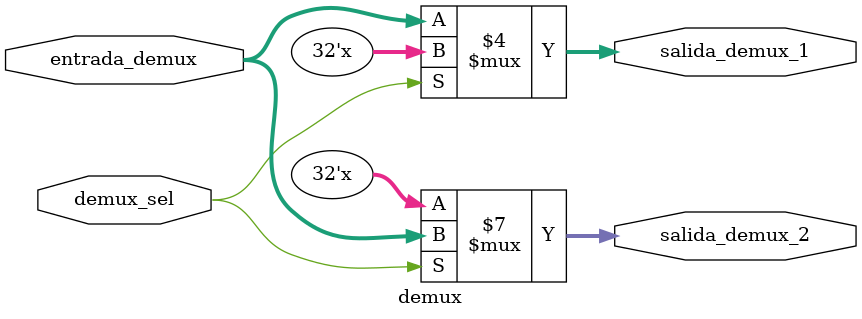
<source format=v>

module demux(
    input wire[31:0]entrada_demux,
    input wire demux_sel,
    output reg[31:0]salida_demux_1,
    output reg[31:0]salida_demux_2
);

always@(*) 
	begin
		if(!(demux_sel))
		begin
			salida_demux_1 = entrada_demux;  // La salida 0 toma el valor de la entrada.
		end
		
		else
		begin
			salida_demux_2 = entrada_demux;  // La salida 1 toma el valor de la entrada.
		end
	end
endmodule
</source>
